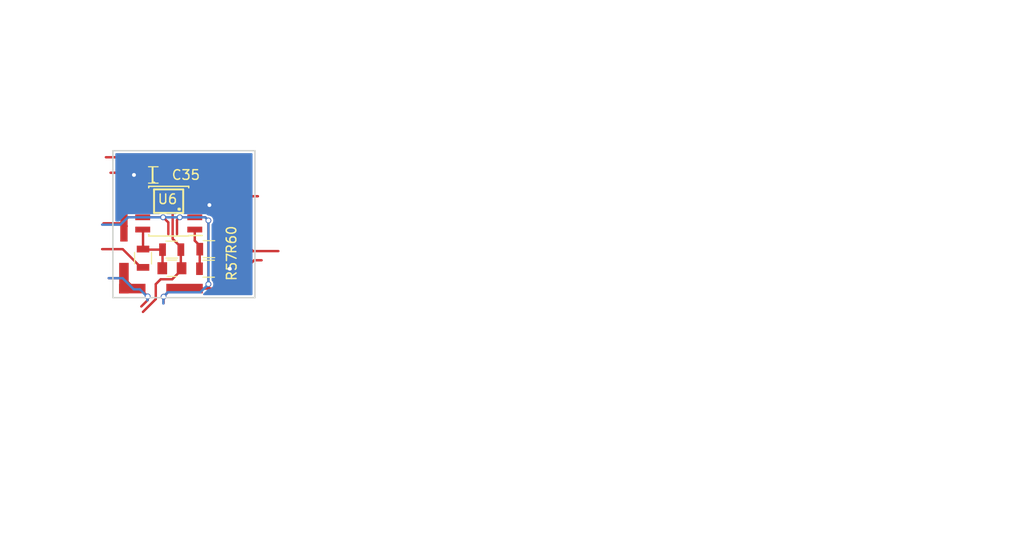
<source format=kicad_pcb>
(kicad_pcb (version 4) (host pcbnew 4.0.7)

  (general
    (links 23)
    (no_connects 2)
    (area 49.708999 63.932999 64.591001 79.323001)
    (thickness 1.6)
    (drawings 22)
    (tracks 136)
    (zones 0)
    (modules 8)
    (nets 10)
  )

  (page A4)
  (layers
    (0 F.Cu signal)
    (31 B.Cu signal)
    (32 B.Adhes user)
    (33 F.Adhes user)
    (34 B.Paste user)
    (35 F.Paste user)
    (36 B.SilkS user)
    (37 F.SilkS user)
    (38 B.Mask user)
    (39 F.Mask user)
    (40 Dwgs.User user)
    (41 Cmts.User user)
    (42 Eco1.User user)
    (43 Eco2.User user)
    (44 Edge.Cuts user)
    (45 Margin user)
    (46 B.CrtYd user)
    (47 F.CrtYd user)
    (48 B.Fab user)
    (49 F.Fab user hide)
  )

  (setup
    (last_trace_width 0.25)
    (trace_clearance 0.2)
    (zone_clearance 0.1778)
    (zone_45_only no)
    (trace_min 0.1778)
    (segment_width 0.2)
    (edge_width 0.15)
    (via_size 0.6)
    (via_drill 0.4)
    (via_min_size 0.4)
    (via_min_drill 0.3)
    (uvia_size 0.3)
    (uvia_drill 0.1)
    (uvias_allowed no)
    (uvia_min_size 0.2)
    (uvia_min_drill 0.1)
    (pcb_text_width 0.3)
    (pcb_text_size 1.5 1.5)
    (mod_edge_width 0.15)
    (mod_text_size 1 1)
    (mod_text_width 0.15)
    (pad_size 1.524 1.524)
    (pad_drill 0.762)
    (pad_to_mask_clearance 0.2)
    (aux_axis_origin 0 0)
    (visible_elements FFFFFF5F)
    (pcbplotparams
      (layerselection 0x00030_80000001)
      (usegerberextensions false)
      (excludeedgelayer true)
      (linewidth 0.100000)
      (plotframeref false)
      (viasonmask false)
      (mode 1)
      (useauxorigin false)
      (hpglpennumber 1)
      (hpglpenspeed 20)
      (hpglpendiameter 15)
      (hpglpenoverlay 2)
      (psnegative false)
      (psa4output false)
      (plotreference true)
      (plotvalue true)
      (plotinvisibletext false)
      (padsonsilk false)
      (subtractmaskfromsilk false)
      (outputformat 1)
      (mirror false)
      (drillshape 1)
      (scaleselection 1)
      (outputdirectory ""))
  )

  (net 0 "")
  (net 1 GND)
  (net 2 "Net-(C35-Pad2)")
  (net 3 /sheet5A330123/I_IN)
  (net 4 "Net-(U6-Pad5)")
  (net 5 /sheet5A330123/GUARD)
  (net 6 "Net-(R108-Pad2)")
  (net 7 "Net-(C36-Pad1)")
  (net 8 "Net-(C36-Pad2)")
  (net 9 "Net-(R57-Pad2)")

  (net_class Default "This is the default net class."
    (clearance 0.2)
    (trace_width 0.25)
    (via_dia 0.6)
    (via_drill 0.4)
    (uvia_dia 0.3)
    (uvia_drill 0.1)
    (add_net /sheet5A330123/GUARD)
    (add_net /sheet5A330123/I_IN)
    (add_net GND)
    (add_net "Net-(C35-Pad2)")
    (add_net "Net-(C36-Pad1)")
    (add_net "Net-(C36-Pad2)")
    (add_net "Net-(R108-Pad2)")
    (add_net "Net-(R57-Pad2)")
    (add_net "Net-(U6-Pad5)")
  )

  (module Capacitors_SMD:C_0805 (layer F.Cu) (tedit 5A398F9C) (tstamp 5A32FA5C)
    (at 53.975 66.5226)
    (descr "Capacitor SMD 0805, reflow soldering, AVX (see smccp.pdf)")
    (tags "capacitor 0805")
    (path /5A33016E/5A21D3A4)
    (attr smd)
    (fp_text reference C35 (at 3.3782 0) (layer F.SilkS)
      (effects (font (size 1 1) (thickness 0.15)))
    )
    (fp_text value 0.1u (at 0 1.75) (layer F.Fab)
      (effects (font (size 1 1) (thickness 0.15)))
    )
    (fp_text user %R (at 0 -1.5) (layer F.Fab)
      (effects (font (size 1 1) (thickness 0.15)))
    )
    (fp_line (start -1 0.62) (end -1 -0.62) (layer F.Fab) (width 0.1))
    (fp_line (start 1 0.62) (end -1 0.62) (layer F.Fab) (width 0.1))
    (fp_line (start 1 -0.62) (end 1 0.62) (layer F.Fab) (width 0.1))
    (fp_line (start -1 -0.62) (end 1 -0.62) (layer F.Fab) (width 0.1))
    (fp_line (start 0.5 -0.85) (end -0.5 -0.85) (layer F.SilkS) (width 0.12))
    (fp_line (start -0.5 0.85) (end 0.5 0.85) (layer F.SilkS) (width 0.12))
    (fp_line (start -1.75 -0.88) (end 1.75 -0.88) (layer F.CrtYd) (width 0.05))
    (fp_line (start -1.75 -0.88) (end -1.75 0.87) (layer F.CrtYd) (width 0.05))
    (fp_line (start 1.75 0.87) (end 1.75 -0.88) (layer F.CrtYd) (width 0.05))
    (fp_line (start 1.75 0.87) (end -1.75 0.87) (layer F.CrtYd) (width 0.05))
    (pad 1 smd rect (at -1 0) (size 1 1.25) (layers F.Cu F.Paste F.Mask)
      (net 1 GND))
    (pad 2 smd rect (at 1 0) (size 1 1.25) (layers F.Cu F.Paste F.Mask)
      (net 2 "Net-(C35-Pad2)"))
    (model Capacitors_SMD.3dshapes/C_0805.wrl
      (at (xyz 0 0 0))
      (scale (xyz 1 1 1))
      (rotate (xyz 0 0 0))
    )
  )

  (module Capacitors_SMD:C_0805 (layer F.Cu) (tedit 5A387F15) (tstamp 5A32FA6D)
    (at 55.9054 76.2 180)
    (descr "Capacitor SMD 0805, reflow soldering, AVX (see smccp.pdf)")
    (tags "capacitor 0805")
    (path /5A33016E/5A21F794)
    (attr smd)
    (fp_text reference C36 (at -0.0254 1.6002 180) (layer F.SilkS) hide
      (effects (font (size 1 1) (thickness 0.15)))
    )
    (fp_text value 10pF (at 0 1.75 180) (layer F.Fab)
      (effects (font (size 1 1) (thickness 0.15)))
    )
    (fp_text user %R (at 0 -1.5 180) (layer F.Fab)
      (effects (font (size 1 1) (thickness 0.15)))
    )
    (fp_line (start -1 0.62) (end -1 -0.62) (layer F.Fab) (width 0.1))
    (fp_line (start 1 0.62) (end -1 0.62) (layer F.Fab) (width 0.1))
    (fp_line (start 1 -0.62) (end 1 0.62) (layer F.Fab) (width 0.1))
    (fp_line (start -1 -0.62) (end 1 -0.62) (layer F.Fab) (width 0.1))
    (fp_line (start 0.5 -0.85) (end -0.5 -0.85) (layer F.SilkS) (width 0.12))
    (fp_line (start -0.5 0.85) (end 0.5 0.85) (layer F.SilkS) (width 0.12))
    (fp_line (start -1.75 -0.88) (end 1.75 -0.88) (layer F.CrtYd) (width 0.05))
    (fp_line (start -1.75 -0.88) (end -1.75 0.87) (layer F.CrtYd) (width 0.05))
    (fp_line (start 1.75 0.87) (end 1.75 -0.88) (layer F.CrtYd) (width 0.05))
    (fp_line (start 1.75 0.87) (end -1.75 0.87) (layer F.CrtYd) (width 0.05))
    (pad 1 smd rect (at -1 0 180) (size 1 1.25) (layers F.Cu F.Paste F.Mask)
      (net 7 "Net-(C36-Pad1)"))
    (pad 2 smd rect (at 1 0 180) (size 1 1.25) (layers F.Cu F.Paste F.Mask)
      (net 8 "Net-(C36-Pad2)"))
    (model Capacitors_SMD.3dshapes/C_0805.wrl
      (at (xyz 0 0 0))
      (scale (xyz 1 1 1))
      (rotate (xyz 0 0 0))
    )
  )

  (module footprints:SMS-201 locked (layer F.Cu) (tedit 5A1DF9B5) (tstamp 5A32FB9F)
    (at 50.419 64.2874)
    (path /5A33016E/5A21DA4D)
    (fp_text reference J17 (at 12 -1) (layer F.SilkS) hide
      (effects (font (size 1 1) (thickness 0.15)))
    )
    (fp_text value RF_Shield_One_Piece (at 3 -1) (layer F.Fab) hide
      (effects (font (size 1 1) (thickness 0.15)))
    )
    (pad 1 smd rect (at 6.7945 14.0208 90) (size 0.9906 3.7846) (layers F.Cu F.Paste F.Mask)
      (net 5 /sheet5A330123/GUARD))
    (pad 1 smd rect (at 6.7945 0.508 90) (size 0.9906 3.7846) (layers F.Cu F.Paste F.Mask)
      (net 5 /sheet5A330123/GUARD))
    (pad 1 smd rect (at 0.508 12.9413 180) (size 0.9906 3.175) (layers F.Cu F.Paste F.Mask)
      (net 5 /sheet5A330123/GUARD))
    (pad 1 smd rect (at 1.3716 14.0208) (size 2.7432 0.9906) (layers F.Cu F.Paste F.Mask)
      (net 5 /sheet5A330123/GUARD))
    (pad 1 smd rect (at 12.0396 14.0208 270) (size 0.9906 3.0988) (layers F.Cu F.Paste F.Mask)
      (net 5 /sheet5A330123/GUARD))
    (pad 1 smd rect (at 13.1064 2 180) (size 0.9906 3.175) (layers F.Cu F.Paste F.Mask)
      (net 5 /sheet5A330123/GUARD))
    (pad 1 smd rect (at 12.0396 0.508 270) (size 0.9906 3.0988) (layers F.Cu F.Paste F.Mask)
      (net 5 /sheet5A330123/GUARD))
    (pad 1 smd rect (at 13.1064 12.9413) (size 0.9906 3.175) (layers F.Cu F.Paste F.Mask)
      (net 5 /sheet5A330123/GUARD))
    (pad 1 smd rect (at 1.3716 0.508 90) (size 0.9906 2.7432) (layers F.Cu F.Paste F.Mask)
      (net 5 /sheet5A330123/GUARD))
    (pad 1 smd rect (at 13.1064 7.2517) (size 0.9906 3.7846) (layers F.Cu F.Paste F.Mask)
      (net 5 /sheet5A330123/GUARD))
    (pad 1 smd rect (at 0.508 7.2517) (size 0.762 3.7846) (layers F.Cu F.Paste F.Mask)
      (net 5 /sheet5A330123/GUARD))
    (pad 1 smd rect (at 0.508 1.7145) (size 0.9906 3.175) (layers F.Cu F.Paste F.Mask)
      (net 5 /sheet5A330123/GUARD))
  )

  (module Resistors_SMD:R_0805 (layer F.Cu) (tedit 5A387F2C) (tstamp 5A32FDB8)
    (at 55.88 74.2696 180)
    (descr "Resistor SMD 0805, reflow soldering, Vishay (see dcrcw.pdf)")
    (tags "resistor 0805")
    (path /5A33016E/5A21F43F)
    (attr smd)
    (fp_text reference R55 (at 0 -1.65 180) (layer F.SilkS) hide
      (effects (font (size 1 1) (thickness 0.15)))
    )
    (fp_text value 100M (at 0 1.75 180) (layer F.Fab)
      (effects (font (size 1 1) (thickness 0.15)))
    )
    (fp_text user %R (at 0 0 180) (layer F.Fab)
      (effects (font (size 0.5 0.5) (thickness 0.075)))
    )
    (fp_line (start -1 0.62) (end -1 -0.62) (layer F.Fab) (width 0.1))
    (fp_line (start 1 0.62) (end -1 0.62) (layer F.Fab) (width 0.1))
    (fp_line (start 1 -0.62) (end 1 0.62) (layer F.Fab) (width 0.1))
    (fp_line (start -1 -0.62) (end 1 -0.62) (layer F.Fab) (width 0.1))
    (fp_line (start 0.6 0.88) (end -0.6 0.88) (layer F.SilkS) (width 0.12))
    (fp_line (start -0.6 -0.88) (end 0.6 -0.88) (layer F.SilkS) (width 0.12))
    (fp_line (start -1.55 -0.9) (end 1.55 -0.9) (layer F.CrtYd) (width 0.05))
    (fp_line (start -1.55 -0.9) (end -1.55 0.9) (layer F.CrtYd) (width 0.05))
    (fp_line (start 1.55 0.9) (end 1.55 -0.9) (layer F.CrtYd) (width 0.05))
    (fp_line (start 1.55 0.9) (end -1.55 0.9) (layer F.CrtYd) (width 0.05))
    (pad 1 smd rect (at -0.95 0 180) (size 0.7 1.3) (layers F.Cu F.Paste F.Mask)
      (net 7 "Net-(C36-Pad1)"))
    (pad 2 smd rect (at 0.95 0 180) (size 0.7 1.3) (layers F.Cu F.Paste F.Mask)
      (net 8 "Net-(C36-Pad2)"))
    (model ${KISYS3DMOD}/Resistors_SMD.3dshapes/R_0805.wrl
      (at (xyz 0 0 0))
      (scale (xyz 1 1 1))
      (rotate (xyz 0 0 0))
    )
  )

  (module Resistors_SMD:R_0805 (layer F.Cu) (tedit 5A398F8B) (tstamp 5A32FDDA)
    (at 59.7154 76.2508 180)
    (descr "Resistor SMD 0805, reflow soldering, Vishay (see dcrcw.pdf)")
    (tags "resistor 0805")
    (path /5A33016E/5A22346E)
    (attr smd)
    (fp_text reference R57 (at -2.3876 0.2032 270) (layer F.SilkS)
      (effects (font (size 1 1) (thickness 0.15)))
    )
    (fp_text value 0 (at 0 1.75 180) (layer F.Fab)
      (effects (font (size 1 1) (thickness 0.15)))
    )
    (fp_text user %R (at 0 0 180) (layer F.Fab)
      (effects (font (size 0.5 0.5) (thickness 0.075)))
    )
    (fp_line (start -1 0.62) (end -1 -0.62) (layer F.Fab) (width 0.1))
    (fp_line (start 1 0.62) (end -1 0.62) (layer F.Fab) (width 0.1))
    (fp_line (start 1 -0.62) (end 1 0.62) (layer F.Fab) (width 0.1))
    (fp_line (start -1 -0.62) (end 1 -0.62) (layer F.Fab) (width 0.1))
    (fp_line (start 0.6 0.88) (end -0.6 0.88) (layer F.SilkS) (width 0.12))
    (fp_line (start -0.6 -0.88) (end 0.6 -0.88) (layer F.SilkS) (width 0.12))
    (fp_line (start -1.55 -0.9) (end 1.55 -0.9) (layer F.CrtYd) (width 0.05))
    (fp_line (start -1.55 -0.9) (end -1.55 0.9) (layer F.CrtYd) (width 0.05))
    (fp_line (start 1.55 0.9) (end 1.55 -0.9) (layer F.CrtYd) (width 0.05))
    (fp_line (start 1.55 0.9) (end -1.55 0.9) (layer F.CrtYd) (width 0.05))
    (pad 1 smd rect (at -0.95 0 180) (size 0.7 1.3) (layers F.Cu F.Paste F.Mask)
      (net 1 GND))
    (pad 2 smd rect (at 0.95 0 180) (size 0.7 1.3) (layers F.Cu F.Paste F.Mask)
      (net 9 "Net-(R57-Pad2)"))
    (model ${KISYS3DMOD}/Resistors_SMD.3dshapes/R_0805.wrl
      (at (xyz 0 0 0))
      (scale (xyz 1 1 1))
      (rotate (xyz 0 0 0))
    )
  )

  (module Resistors_SMD:R_0805 (layer F.Cu) (tedit 5A398F80) (tstamp 5A32FE0D)
    (at 59.7408 74.2188 180)
    (descr "Resistor SMD 0805, reflow soldering, Vishay (see dcrcw.pdf)")
    (tags "resistor 0805")
    (path /5A33016E/5A22828D)
    (attr smd)
    (fp_text reference R60 (at -2.3368 0.9652 270) (layer F.SilkS)
      (effects (font (size 1 1) (thickness 0.15)))
    )
    (fp_text value 10K (at 0 1.75 180) (layer F.Fab)
      (effects (font (size 1 1) (thickness 0.15)))
    )
    (fp_text user %R (at 0 0 180) (layer F.Fab)
      (effects (font (size 0.5 0.5) (thickness 0.075)))
    )
    (fp_line (start -1 0.62) (end -1 -0.62) (layer F.Fab) (width 0.1))
    (fp_line (start 1 0.62) (end -1 0.62) (layer F.Fab) (width 0.1))
    (fp_line (start 1 -0.62) (end 1 0.62) (layer F.Fab) (width 0.1))
    (fp_line (start -1 -0.62) (end 1 -0.62) (layer F.Fab) (width 0.1))
    (fp_line (start 0.6 0.88) (end -0.6 0.88) (layer F.SilkS) (width 0.12))
    (fp_line (start -0.6 -0.88) (end 0.6 -0.88) (layer F.SilkS) (width 0.12))
    (fp_line (start -1.55 -0.9) (end 1.55 -0.9) (layer F.CrtYd) (width 0.05))
    (fp_line (start -1.55 -0.9) (end -1.55 0.9) (layer F.CrtYd) (width 0.05))
    (fp_line (start 1.55 0.9) (end 1.55 -0.9) (layer F.CrtYd) (width 0.05))
    (fp_line (start 1.55 0.9) (end -1.55 0.9) (layer F.CrtYd) (width 0.05))
    (pad 1 smd rect (at -0.95 0 180) (size 0.7 1.3) (layers F.Cu F.Paste F.Mask)
      (net 6 "Net-(R108-Pad2)"))
    (pad 2 smd rect (at 0.95 0 180) (size 0.7 1.3) (layers F.Cu F.Paste F.Mask)
      (net 9 "Net-(R57-Pad2)"))
    (model ${KISYS3DMOD}/Resistors_SMD.3dshapes/R_0805.wrl
      (at (xyz 0 0 0))
      (scale (xyz 1 1 1))
      (rotate (xyz 0 0 0))
    )
  )

  (module Housings_SOIC:SOIC-8_3.9x4.9mm_Pitch1.27mm (layer F.Cu) (tedit 5A398F5D) (tstamp 5A32FF08)
    (at 55.5752 70.2818 180)
    (descr "8-Lead Plastic Small Outline (SN) - Narrow, 3.90 mm Body [SOIC] (see Microchip Packaging Specification 00000049BS.pdf)")
    (tags "SOIC 1.27")
    (path /5A33016E/5A225835)
    (attr smd)
    (fp_text reference U6 (at 0.127 1.2446 180) (layer F.SilkS)
      (effects (font (size 1 1) (thickness 0.15)))
    )
    (fp_text value lmp7721 (at 0 3.5 180) (layer F.Fab)
      (effects (font (size 1 1) (thickness 0.15)))
    )
    (fp_text user %R (at 0 0 180) (layer F.Fab)
      (effects (font (size 1 1) (thickness 0.15)))
    )
    (fp_line (start -0.95 -2.45) (end 1.95 -2.45) (layer F.Fab) (width 0.1))
    (fp_line (start 1.95 -2.45) (end 1.95 2.45) (layer F.Fab) (width 0.1))
    (fp_line (start 1.95 2.45) (end -1.95 2.45) (layer F.Fab) (width 0.1))
    (fp_line (start -1.95 2.45) (end -1.95 -1.45) (layer F.Fab) (width 0.1))
    (fp_line (start -1.95 -1.45) (end -0.95 -2.45) (layer F.Fab) (width 0.1))
    (fp_line (start -3.73 -2.7) (end -3.73 2.7) (layer F.CrtYd) (width 0.05))
    (fp_line (start 3.73 -2.7) (end 3.73 2.7) (layer F.CrtYd) (width 0.05))
    (fp_line (start -3.73 -2.7) (end 3.73 -2.7) (layer F.CrtYd) (width 0.05))
    (fp_line (start -3.73 2.7) (end 3.73 2.7) (layer F.CrtYd) (width 0.05))
    (fp_line (start -2.075 -2.575) (end -2.075 -2.525) (layer F.SilkS) (width 0.15))
    (fp_line (start 2.075 -2.575) (end 2.075 -2.43) (layer F.SilkS) (width 0.15))
    (fp_line (start 2.075 2.575) (end 2.075 2.43) (layer F.SilkS) (width 0.15))
    (fp_line (start -2.075 2.575) (end -2.075 2.43) (layer F.SilkS) (width 0.15))
    (fp_line (start -2.075 -2.575) (end 2.075 -2.575) (layer F.SilkS) (width 0.15))
    (fp_line (start -2.075 2.575) (end 2.075 2.575) (layer F.SilkS) (width 0.15))
    (fp_line (start -2.075 -2.525) (end -3.475 -2.525) (layer F.SilkS) (width 0.15))
    (pad 1 smd rect (at -2.7 -1.905 180) (size 1.55 0.6) (layers F.Cu F.Paste F.Mask)
      (net 9 "Net-(R57-Pad2)"))
    (pad 2 smd rect (at -2.7 -0.635 180) (size 1.55 0.6) (layers F.Cu F.Paste F.Mask)
      (net 5 /sheet5A330123/GUARD))
    (pad 3 smd rect (at -2.7 0.635 180) (size 1.55 0.6) (layers F.Cu F.Paste F.Mask)
      (net 1 GND))
    (pad 4 smd rect (at -2.7 1.905 180) (size 1.55 0.6) (layers F.Cu F.Paste F.Mask)
      (net 7 "Net-(C36-Pad1)"))
    (pad 5 smd rect (at 2.7 1.905 180) (size 1.55 0.6) (layers F.Cu F.Paste F.Mask)
      (net 4 "Net-(U6-Pad5)"))
    (pad 6 smd rect (at 2.7 0.635 180) (size 1.55 0.6) (layers F.Cu F.Paste F.Mask)
      (net 2 "Net-(C35-Pad2)"))
    (pad 7 smd rect (at 2.7 -0.635 180) (size 1.55 0.6) (layers F.Cu F.Paste F.Mask)
      (net 5 /sheet5A330123/GUARD))
    (pad 8 smd rect (at 2.7 -1.905 180) (size 1.55 0.6) (layers F.Cu F.Paste F.Mask)
      (net 8 "Net-(C36-Pad2)"))
    (model ${KISYS3DMOD}/Housings_SOIC.3dshapes/SOIC-8_3.9x4.9mm_Pitch1.27mm.wrl
      (at (xyz 0 0 0))
      (scale (xyz 1 1 1))
      (rotate (xyz 0 0 0))
    )
  )

  (module Resistors_SMD:R_0805 (layer F.Cu) (tedit 5A397FD2) (tstamp 5A397516)
    (at 52.9082 75.1586 270)
    (descr "Resistor SMD 0805, reflow soldering, Vishay (see dcrcw.pdf)")
    (tags "resistor 0805")
    (path /5A33016E/5A3975B2)
    (attr smd)
    (fp_text reference R64 (at 0 -1.65 270) (layer F.SilkS) hide
      (effects (font (size 1 1) (thickness 0.15)))
    )
    (fp_text value 100 (at 0 1.75 270) (layer F.Fab)
      (effects (font (size 1 1) (thickness 0.15)))
    )
    (fp_text user %R (at 0 0 270) (layer F.Fab)
      (effects (font (size 0.5 0.5) (thickness 0.075)))
    )
    (fp_line (start -1 0.62) (end -1 -0.62) (layer F.Fab) (width 0.1))
    (fp_line (start 1 0.62) (end -1 0.62) (layer F.Fab) (width 0.1))
    (fp_line (start 1 -0.62) (end 1 0.62) (layer F.Fab) (width 0.1))
    (fp_line (start -1 -0.62) (end 1 -0.62) (layer F.Fab) (width 0.1))
    (fp_line (start 0.6 0.88) (end -0.6 0.88) (layer F.SilkS) (width 0.12))
    (fp_line (start -0.6 -0.88) (end 0.6 -0.88) (layer F.SilkS) (width 0.12))
    (fp_line (start -1.55 -0.9) (end 1.55 -0.9) (layer F.CrtYd) (width 0.05))
    (fp_line (start -1.55 -0.9) (end -1.55 0.9) (layer F.CrtYd) (width 0.05))
    (fp_line (start 1.55 0.9) (end 1.55 -0.9) (layer F.CrtYd) (width 0.05))
    (fp_line (start 1.55 0.9) (end -1.55 0.9) (layer F.CrtYd) (width 0.05))
    (pad 1 smd rect (at -0.95 0 270) (size 0.7 1.3) (layers F.Cu F.Paste F.Mask)
      (net 8 "Net-(C36-Pad2)"))
    (pad 2 smd rect (at 0.95 0 270) (size 0.7 1.3) (layers F.Cu F.Paste F.Mask)
      (net 3 /sheet5A330123/I_IN))
    (model ${KISYS3DMOD}/Resistors_SMD.3dshapes/R_0805.wrl
      (at (xyz 0 0 0))
      (scale (xyz 1 1 1))
      (rotate (xyz 0 0 0))
    )
  )

  (gr_line (start 64.516 64.008) (end 49.784 64.008) (angle 90) (layer Edge.Cuts) (width 0.15))
  (gr_line (start 64.516 79.248) (end 64.516 64.008) (angle 90) (layer Edge.Cuts) (width 0.15))
  (gr_line (start 49.784 79.248) (end 64.516 79.248) (angle 90) (layer Edge.Cuts) (width 0.15))
  (gr_line (start 49.784 64.008) (end 49.784 79.248) (angle 90) (layer Edge.Cuts) (width 0.15))
  (gr_line (start 53.8988 67.31) (end 54.0766 67.31) (angle 90) (layer F.SilkS) (width 0.2))
  (gr_line (start 53.8988 65.7606) (end 53.8988 67.31) (angle 90) (layer F.SilkS) (width 0.2))
  (gr_line (start 56.5912 70.0278) (end 56.5912 70.104) (angle 90) (layer F.SilkS) (width 0.2))
  (gr_line (start 56.7182 70.0278) (end 56.5912 70.0278) (angle 90) (layer F.SilkS) (width 0.2))
  (gr_line (start 56.7182 70.1294) (end 56.7182 70.0278) (angle 90) (layer F.SilkS) (width 0.2))
  (gr_line (start 56.5912 70.1294) (end 56.7182 70.1294) (angle 90) (layer F.SilkS) (width 0.2))
  (gr_line (start 54.0512 68.0212) (end 54.0512 68.1736) (angle 90) (layer F.SilkS) (width 0.2))
  (gr_line (start 57.0738 68.0212) (end 54.0512 68.0212) (angle 90) (layer F.SilkS) (width 0.2))
  (gr_line (start 57.0738 70.4596) (end 57.0738 68.0212) (angle 90) (layer F.SilkS) (width 0.2))
  (gr_line (start 54.0512 70.4596) (end 57.0738 70.4596) (angle 90) (layer F.SilkS) (width 0.2))
  (gr_line (start 54.0512 68.0974) (end 54.0512 70.4596) (angle 90) (layer F.SilkS) (width 0.2))
  (gr_text "ground plane or separate guard plane for tia?" (at 72.136 55.372) (layer Cmts.User)
    (effects (font (size 1.5 1.5) (thickness 0.3)))
  )
  (gr_text "INST AMP" (at 72.7456 87.7824) (layer Cmts.User)
    (effects (font (size 1.5 1.5) (thickness 0.3)))
  )
  (gr_text TIA (at 76.6064 69.4944) (layer Cmts.User)
    (effects (font (size 1.5 1.5) (thickness 0.3)))
  )
  (gr_text "PRECISION MIDPOINT" (at 119.2784 103.4288) (layer Cmts.User)
    (effects (font (size 1.5 1.5) (thickness 0.3)))
  )
  (gr_text "GUARD BUFFER" (at 122.3264 54.864) (layer Cmts.User)
    (effects (font (size 1.5 1.5) (thickness 0.3)))
  )
  (gr_text "LNA FRONTEND" (at 101.8032 49.784) (layer Cmts.User)
    (effects (font (size 1.5 1.5) (thickness 0.3)))
  )
  (gr_text PWR (at 141.6304 56.0832) (layer Cmts.User)
    (effects (font (size 1.5 1.5) (thickness 0.3)))
  )

  (segment (start 58.2752 69.6468) (end 59.7916 69.6468) (width 0.25) (layer F.Cu) (net 1))
  (via (at 59.7916 69.6468) (size 0.6) (drill 0.4) (layers F.Cu B.Cu) (net 1))
  (segment (start 52.975 66.5226) (end 51.9684 66.5226) (width 0.25) (layer F.Cu) (net 1))
  (via (at 51.9684 66.5226) (size 0.6) (drill 0.4) (layers F.Cu B.Cu) (net 1))
  (segment (start 60.6654 76.2508) (end 61.8998 76.2508) (width 0.25) (layer F.Cu) (net 1))
  (via (at 61.8998 76.2508) (size 0.6) (drill 0.4) (layers F.Cu B.Cu) (net 1))
  (segment (start 54.975 66.5226) (end 59.309 66.5226) (width 0.25) (layer F.Cu) (net 2))
  (segment (start 61.5188 68.7324) (end 64.8208 68.7324) (width 0.25) (layer F.Cu) (net 2) (tstamp 5A39850A))
  (segment (start 59.309 66.5226) (end 61.5188 68.7324) (width 0.25) (layer F.Cu) (net 2) (tstamp 5A398507))
  (segment (start 52.8752 69.6468) (end 54.3814 69.6468) (width 0.25) (layer F.Cu) (net 2))
  (segment (start 54.975 69.0532) (end 54.975 66.5226) (width 0.25) (layer F.Cu) (net 2) (tstamp 5A398503))
  (segment (start 54.3814 69.6468) (end 54.975 69.0532) (width 0.25) (layer F.Cu) (net 2) (tstamp 5A398501))
  (segment (start 48.6664 74.2188) (end 50.8 74.2188) (width 0.25) (layer F.Cu) (net 3))
  (segment (start 50.8 74.2188) (end 52.6898 76.1086) (width 0.25) (layer F.Cu) (net 3) (tstamp 5A39846A))
  (segment (start 52.6898 76.1086) (end 52.9082 76.1086) (width 0.25) (layer F.Cu) (net 3) (tstamp 5A39846F))
  (via (at 59.69 71.247) (size 0.6) (drill 0.4) (layers F.Cu B.Cu) (net 5))
  (via (at 53.3908 79.121) (size 0.6) (drill 0.4) (layers F.Cu B.Cu) (net 5))
  (segment (start 53.3654 79.1718) (end 53.3527 79.1591) (width 0.25) (layer B.Cu) (net 5) (tstamp 5A398AB4))
  (segment (start 53.3527 79.1591) (end 53.3908 79.121) (width 0.25) (layer B.Cu) (net 5) (tstamp 5A398AB3))
  (segment (start 55.0418 79.1718) (end 55.0418 79.1464) (width 0.25) (layer F.Cu) (net 5))
  (via (at 55.0418 79.1464) (size 0.6) (drill 0.4) (layers F.Cu B.Cu) (net 5))
  (segment (start 55.0418 79.1464) (end 55.0164 79.1464) (width 0.25) (layer B.Cu) (net 5) (tstamp 5A398AA9))
  (segment (start 59.6773 77.8637) (end 59.69 77.851) (width 0.25) (layer B.Cu) (net 5))
  (via (at 59.69 77.851) (size 0.6) (drill 0.4) (layers F.Cu B.Cu) (net 5))
  (via (at 56.7182 70.9168) (size 0.6) (drill 0.4) (layers F.Cu B.Cu) (net 5))
  (segment (start 56.7182 70.9168) (end 56.711002 70.9168) (width 0.25) (layer F.Cu) (net 5) (tstamp 5A398707))
  (via (at 54.991 70.9168) (size 0.6) (drill 0.4) (layers F.Cu B.Cu) (net 5))
  (segment (start 48.6664 71.6788) (end 50.5714 71.6788) (width 0.25) (layer B.Cu) (net 5))
  (segment (start 50.7873 77.2287) (end 51.943 78.3844) (width 0.25) (layer B.Cu) (net 5) (tstamp 5A3985FC))
  (segment (start 51.943 78.3844) (end 52.578 78.3844) (width 0.25) (layer B.Cu) (net 5) (tstamp 5A398602))
  (segment (start 52.578 78.3844) (end 53.3654 79.1718) (width 0.25) (layer B.Cu) (net 5) (tstamp 5A398603))
  (segment (start 53.3654 79.1718) (end 53.3654 79.5274) (width 0.25) (layer B.Cu) (net 5) (tstamp 5A398604))
  (segment (start 50.7873 77.2287) (end 49.3522 77.2287) (width 0.25) (layer B.Cu) (net 5))
  (segment (start 55.0164 79.1464) (end 55.0164 79.8576) (width 0.25) (layer B.Cu) (net 5) (tstamp 5A3986CE))
  (segment (start 55.4736 78.6892) (end 55.0164 79.1464) (width 0.25) (layer B.Cu) (net 5) (tstamp 5A3986CD))
  (segment (start 58.8518 78.6892) (end 55.4736 78.6892) (width 0.25) (layer B.Cu) (net 5) (tstamp 5A3986C9))
  (segment (start 59.6773 77.8637) (end 58.8518 78.6892) (width 0.25) (layer B.Cu) (net 5) (tstamp 5A398A9D))
  (segment (start 59.69 71.247) (end 59.69 77.851) (width 0.25) (layer B.Cu) (net 5) (tstamp 5A3986C2))
  (segment (start 59.3598 70.9168) (end 59.69 71.247) (width 0.25) (layer B.Cu) (net 5) (tstamp 5A3986C1))
  (segment (start 51.3334 70.9168) (end 54.991 70.9168) (width 0.25) (layer B.Cu) (net 5) (tstamp 5A3986BE))
  (segment (start 54.991 70.9168) (end 56.7182 70.9168) (width 0.25) (layer B.Cu) (net 5) (tstamp 5A398702))
  (segment (start 56.7182 70.9168) (end 59.3598 70.9168) (width 0.25) (layer B.Cu) (net 5) (tstamp 5A398704))
  (segment (start 50.5714 71.6788) (end 51.3334 70.9168) (width 0.25) (layer B.Cu) (net 5) (tstamp 5A3986BB))
  (segment (start 52.8752 70.9168) (end 54.991 70.9168) (width 0.25) (layer F.Cu) (net 5))
  (segment (start 54.991 70.9168) (end 54.998198 70.9168) (width 0.25) (layer F.Cu) (net 5) (tstamp 5A3986FD))
  (segment (start 55.531598 71.4502) (end 55.531598 72.6694) (width 0.25) (layer F.Cu) (net 5) (tstamp 5A3984BE))
  (segment (start 54.998198 70.9168) (end 55.531598 71.4502) (width 0.25) (layer F.Cu) (net 5) (tstamp 5A3984BC))
  (segment (start 58.2752 70.9168) (end 56.711002 70.9168) (width 0.25) (layer F.Cu) (net 5))
  (segment (start 56.431602 71.1962) (end 56.431602 72.6694) (width 0.25) (layer F.Cu) (net 5) (tstamp 5A3984B4))
  (segment (start 56.711002 70.9168) (end 56.431602 71.1962) (width 0.25) (layer F.Cu) (net 5) (tstamp 5A3984B0))
  (segment (start 55.0418 79.1718) (end 55.0418 79.8322) (width 0.25) (layer F.Cu) (net 5) (tstamp 5A398AA5))
  (segment (start 55.88 78.3082) (end 55.0418 79.1464) (width 0.25) (layer F.Cu) (net 5) (tstamp 5A3983BF))
  (segment (start 51.7906 78.3082) (end 52.578 78.3082) (width 0.25) (layer F.Cu) (net 5))
  (segment (start 52.578 78.3082) (end 53.3908 79.121) (width 0.25) (layer F.Cu) (net 5) (tstamp 5A3983FB))
  (segment (start 53.3908 79.121) (end 53.3908 79.502) (width 0.25) (layer F.Cu) (net 5) (tstamp 5A3983FD))
  (segment (start 53.3908 79.502) (end 52.7304 80.1624) (width 0.25) (layer F.Cu) (net 5) (tstamp 5A3983FE))
  (segment (start 57.2135 78.3082) (end 55.88 78.3082) (width 0.25) (layer F.Cu) (net 5))
  (segment (start 59.69 77.6986) (end 59.69 77.851) (width 0.25) (layer F.Cu) (net 5))
  (segment (start 59.69 77.851) (end 59.69 78.1558) (width 0.25) (layer F.Cu) (net 5) (tstamp 5A398AA3))
  (segment (start 59.3598 70.9168) (end 59.69 71.247) (width 0.25) (layer F.Cu) (net 5) (tstamp 5A39838B))
  (segment (start 59.69 71.247) (end 59.69 77.6986) (width 0.25) (layer F.Cu) (net 5) (tstamp 5A39838E))
  (segment (start 58.2752 70.9168) (end 59.3598 70.9168) (width 0.25) (layer F.Cu) (net 5))
  (segment (start 59.69 78.1558) (end 59.8424 78.3082) (width 0.25) (layer F.Cu) (net 5) (tstamp 5A3983A4))
  (segment (start 57.2135 78.3082) (end 59.8424 78.3082) (width 0.25) (layer F.Cu) (net 5))
  (segment (start 59.8424 78.3082) (end 62.4586 78.3082) (width 0.25) (layer F.Cu) (net 5) (tstamp 5A3983A7))
  (segment (start 52.8752 70.9168) (end 51.3588 70.9168) (width 0.25) (layer F.Cu) (net 5))
  (segment (start 51.3588 70.9168) (end 50.927 71.3486) (width 0.25) (layer F.Cu) (net 5) (tstamp 5A398385))
  (segment (start 50.927 71.3486) (end 50.927 71.5391) (width 0.25) (layer F.Cu) (net 5) (tstamp 5A398387))
  (segment (start 63.5254 71.5391) (end 63.4111 71.5391) (width 0.25) (layer F.Cu) (net 5))
  (segment (start 63.5254 76.073) (end 63.5254 77.2287) (width 0.25) (layer F.Cu) (net 5) (tstamp 5A386D46))
  (segment (start 51.2191 71.8312) (end 50.927 71.5391) (width 0.25) (layer F.Cu) (net 5) (tstamp 5A386D35))
  (segment (start 63.5254 76.0984) (end 63.5254 77.2287) (width 0.25) (layer F.Cu) (net 5) (tstamp 5A386CC5))
  (segment (start 50.927 71.882) (end 50.927 71.5391) (width 0.25) (layer F.Cu) (net 5) (tstamp 5A386CA5))
  (segment (start 50.927 66.0019) (end 50.927 71.5391) (width 0.25) (layer F.Cu) (net 5))
  (segment (start 63.5254 77.2287) (end 63.5254 76.6572) (width 0.25) (layer F.Cu) (net 5))
  (segment (start 63.5254 76.6572) (end 63.0428 76.1746) (width 0.25) (layer F.Cu) (net 5) (tstamp 5A382500))
  (segment (start 57.0738 78.3082) (end 57.2135 78.3082) (width 0.25) (layer F.Cu) (net 5) (tstamp 5A382529))
  (segment (start 51.7906 64.7954) (end 57.2135 64.7954) (width 0.25) (layer F.Cu) (net 5))
  (segment (start 57.2135 64.7954) (end 62.4586 64.7954) (width 0.25) (layer F.Cu) (net 5) (tstamp 5A3813D0))
  (segment (start 49.057 64.6888) (end 51.684 64.6888) (width 0.25) (layer F.Cu) (net 5))
  (segment (start 51.684 64.6888) (end 51.7906 64.7954) (width 0.25) (layer F.Cu) (net 5) (tstamp 5A3813B3))
  (segment (start 51.7906 64.7954) (end 51.7906 65.1383) (width 0.25) (layer F.Cu) (net 5) (tstamp 5A3813B4))
  (segment (start 51.7906 65.1383) (end 50.6349 66.294) (width 0.25) (layer F.Cu) (net 5) (tstamp 5A3813B5))
  (segment (start 50.6349 66.294) (end 49.5402 66.294) (width 0.25) (layer F.Cu) (net 5) (tstamp 5A3813B6))
  (segment (start 63.5254 77.2287) (end 63.5254 76.2762) (width 0.25) (layer F.Cu) (net 5))
  (segment (start 63.5254 76.2762) (end 64.4296 75.372) (width 0.25) (layer F.Cu) (net 5) (tstamp 5A380983))
  (segment (start 64.4296 75.372) (end 65.2018 75.372) (width 0.25) (layer F.Cu) (net 5) (tstamp 5A38098E))
  (segment (start 51.7906 78.3082) (end 51.7906 78.0923) (width 0.25) (layer F.Cu) (net 5))
  (segment (start 51.7906 78.0923) (end 50.927 77.2287) (width 0.25) (layer F.Cu) (net 5) (tstamp 5A342E28))
  (segment (start 62.4586 64.7954) (end 62.4586 64.8716) (width 0.25) (layer F.Cu) (net 5))
  (segment (start 62.4586 64.8716) (end 63.5254 65.9384) (width 0.25) (layer F.Cu) (net 5) (tstamp 5A342E24))
  (segment (start 63.5254 65.9384) (end 63.5254 66.2874) (width 0.25) (layer F.Cu) (net 5) (tstamp 5A342E25))
  (segment (start 51.7906 64.7954) (end 51.7906 65.1383) (width 0.25) (layer F.Cu) (net 5))
  (segment (start 51.7906 65.1383) (end 50.927 66.0019) (width 0.25) (layer F.Cu) (net 5) (tstamp 5A342E21))
  (segment (start 62.4586 64.7954) (end 62.4586 65.2206) (width 0.25) (layer F.Cu) (net 5))
  (segment (start 62.4586 65.2206) (end 63.5254 66.2874) (width 0.25) (layer F.Cu) (net 5) (tstamp 5A342E1E))
  (segment (start 62.4586 78.3082) (end 62.4586 78.2955) (width 0.25) (layer F.Cu) (net 5))
  (segment (start 62.4586 78.2955) (end 63.5254 77.2287) (width 0.25) (layer F.Cu) (net 5) (tstamp 5A342E1B))
  (segment (start 50.927 77.2287) (end 50.927 77.4446) (width 0.25) (layer F.Cu) (net 5))
  (segment (start 50.927 77.4446) (end 51.7906 78.3082) (width 0.25) (layer F.Cu) (net 5) (tstamp 5A342E18))
  (segment (start 49.3522 77.2287) (end 50.927 77.2287) (width 0.25) (layer F.Cu) (net 5) (tstamp 5A39594A))
  (segment (start 50.927 71.5391) (end 48.8061 71.5391) (width 0.25) (layer F.Cu) (net 5))
  (segment (start 63.5254 76.0476) (end 63.5254 77.2287) (width 0.25) (layer F.Cu) (net 5) (tstamp 5A33477D))
  (segment (start 55.753 78.3082) (end 57.2135 78.3082) (width 0.25) (layer F.Cu) (net 5) (tstamp 5A334763))
  (segment (start 50.927 76.5048) (end 50.927 77.2287) (width 0.25) (layer F.Cu) (net 5) (tstamp 5A33474C))
  (segment (start 63.5254 77.2287) (end 63.2587 77.2287) (width 0.25) (layer F.Cu) (net 5))
  (segment (start 50.927 72.5678) (end 50.927 71.5391) (width 0.25) (layer F.Cu) (net 5) (tstamp 5A3331C5))
  (segment (start 62.4586 78.3082) (end 61.5188 78.3082) (width 0.25) (layer F.Cu) (net 5))
  (segment (start 50.927 73.0758) (end 50.927 71.5391) (width 0.25) (layer F.Cu) (net 5) (tstamp 5A332741))
  (segment (start 60.6908 74.2188) (end 64.1096 74.2188) (width 0.25) (layer F.Cu) (net 6))
  (segment (start 64.3128 74.422) (end 66.9442 74.422) (width 0.25) (layer F.Cu) (net 6) (tstamp 5A3984DA))
  (segment (start 64.1096 74.2188) (end 64.3128 74.422) (width 0.25) (layer F.Cu) (net 6) (tstamp 5A3984D7))
  (segment (start 56.83 74.2696) (end 56.83 76.1246) (width 0.25) (layer F.Cu) (net 7))
  (segment (start 56.83 76.1246) (end 56.9054 76.2) (width 0.25) (layer F.Cu) (net 7) (tstamp 5A39845E))
  (segment (start 56.9054 76.2) (end 56.9054 76.3684) (width 0.25) (layer F.Cu) (net 7))
  (segment (start 56.9054 76.3684) (end 55.9308 77.343) (width 0.25) (layer F.Cu) (net 7) (tstamp 5A3983AC))
  (segment (start 55.9308 77.343) (end 54.737 77.343) (width 0.25) (layer F.Cu) (net 7) (tstamp 5A3983AE))
  (segment (start 54.737 77.343) (end 54.229 77.851) (width 0.25) (layer F.Cu) (net 7) (tstamp 5A3983B0))
  (segment (start 54.229 77.851) (end 54.229 79.4004) (width 0.25) (layer F.Cu) (net 7) (tstamp 5A3983B2))
  (segment (start 54.229 79.4004) (end 52.9016 80.7278) (width 0.25) (layer F.Cu) (net 7) (tstamp 5A3983B3))
  (segment (start 58.2752 68.3768) (end 56.9976 68.3768) (width 0.25) (layer F.Cu) (net 7))
  (segment (start 55.9816 73.152) (end 56.83 74.0004) (width 0.25) (layer F.Cu) (net 7) (tstamp 5A398341))
  (segment (start 55.9816 69.3928) (end 55.9816 73.152) (width 0.25) (layer F.Cu) (net 7) (tstamp 5A39833B))
  (segment (start 56.9976 68.3768) (end 55.9816 69.3928) (width 0.25) (layer F.Cu) (net 7) (tstamp 5A398338))
  (segment (start 56.83 74.0004) (end 56.83 74.2696) (width 0.25) (layer F.Cu) (net 7) (tstamp 5A398342))
  (segment (start 52.9082 74.2086) (end 52.9082 72.2198) (width 0.25) (layer F.Cu) (net 8))
  (segment (start 52.9082 72.2198) (end 52.8752 72.1868) (width 0.25) (layer F.Cu) (net 8) (tstamp 5A398467))
  (segment (start 54.93 74.2696) (end 52.9692 74.2696) (width 0.25) (layer F.Cu) (net 8))
  (segment (start 52.9692 74.2696) (end 52.9082 74.2086) (width 0.25) (layer F.Cu) (net 8) (tstamp 5A398464))
  (segment (start 54.93 74.2696) (end 54.93 76.1754) (width 0.25) (layer F.Cu) (net 8))
  (segment (start 54.93 76.1754) (end 54.9054 76.2) (width 0.25) (layer F.Cu) (net 8) (tstamp 5A398461))
  (segment (start 58.7908 74.2188) (end 58.7908 76.2254) (width 0.25) (layer F.Cu) (net 9))
  (segment (start 58.7908 76.2254) (end 58.7654 76.2508) (width 0.25) (layer F.Cu) (net 9) (tstamp 5A39845B))
  (segment (start 58.2752 72.1868) (end 58.2752 73.3374) (width 0.25) (layer F.Cu) (net 9))
  (segment (start 58.2752 73.3374) (end 58.7908 73.853) (width 0.25) (layer F.Cu) (net 9) (tstamp 5A398456))
  (segment (start 58.7908 73.853) (end 58.7908 74.2188) (width 0.25) (layer F.Cu) (net 9) (tstamp 5A398458))

  (zone (net 0) (net_name "") (layer B.Mask) (tstamp 5A39884E) (hatch edge 0.508)
    (connect_pads (clearance 0.1778))
    (min_thickness 0.254)
    (fill yes (arc_segments 16) (thermal_gap 0.508) (thermal_bridge_width 0.508))
    (polygon
      (pts
        (xy 49.0982 80.5434) (xy 49.0982 81.0514) (xy 49.5554 81.4832) (xy 54.1528 81.4832) (xy 55.626 79.9846)
        (xy 55.6006 79.2988) (xy 55.9308 78.8924) (xy 59.3598 78.9178) (xy 60.325 77.9018) (xy 60.2996 71.12)
        (xy 59.7662 70.6628) (xy 51.9938 70.6374) (xy 51.6636 70.7136) (xy 50.9016 71.374) (xy 47.3202 71.4756)
        (xy 46.355 72.263) (xy 46.3804 75.3364) (xy 48.4886 77.4446) (xy 51.054 77.47) (xy 52.2478 78.6384)
        (xy 52.8828 78.6384) (xy 53.4924 79.248) (xy 53.4924 79.502) (xy 53.0352 79.9084) (xy 49.7078 79.9084)
      )
    )
    (filled_polygon
      (pts
        (xy 59.719039 70.789646) (xy 60.172819 71.1786) (xy 60.19781 77.851292) (xy 59.305662 78.790395) (xy 55.931741 78.765403)
        (xy 55.882258 78.775043) (xy 55.832234 78.812315) (xy 55.502034 79.218715) (xy 55.478642 79.263372) (xy 55.473687 79.3035)
        (xy 55.497061 79.934601) (xy 54.099557 81.3562) (xy 49.605893 81.3562) (xy 49.2252 80.996657) (xy 49.2252 80.594494)
        (xy 49.76193 80.0354) (xy 53.0352 80.0354) (xy 53.08461 80.025394) (xy 53.119574 80.003321) (xy 53.576774 79.596921)
        (xy 53.607056 79.556616) (xy 53.6194 79.502) (xy 53.6194 79.248) (xy 53.609394 79.19859) (xy 53.582203 79.158197)
        (xy 52.972603 78.548597) (xy 52.930589 78.520734) (xy 52.8828 78.5114) (xy 52.299607 78.5114) (xy 51.142832 77.379237)
        (xy 51.100521 77.351827) (xy 51.055257 77.343006) (xy 48.541726 77.31812) (xy 46.506966 75.28336) (xy 46.4825 72.322887)
        (xy 47.366996 71.601324) (xy 50.905201 71.500949) (xy 50.954308 71.489546) (xy 50.984776 71.469973) (xy 51.722919 70.830249)
        (xy 52.008061 70.764447)
      )
    )
  )
  (zone (net 0) (net_name "") (layer F.Mask) (tstamp 5A395B5E) (hatch edge 0.508)
    (connect_pads (clearance 0.1778))
    (min_thickness 0.254)
    (fill yes (arc_segments 16) (thermal_gap 0.508) (thermal_bridge_width 0.508))
    (polygon
      (pts
        (xy 59.7662 70.6628) (xy 60.2996 71.12) (xy 60.325 77.9018) (xy 59.3598 78.9178) (xy 55.9308 78.8924)
        (xy 55.6006 79.2988) (xy 55.626 79.9846) (xy 54.1528 81.4832) (xy 52.013585 81.4832) (xy 52.0446 82.2198)
        (xy 52.0954 82.6008) (xy 57.15 82.6516) (xy 57.1246 83.2358) (xy 56.5404 83.8454) (xy 56.515 85.344)
        (xy 56.515 93.8276) (xy 51.7906 93.8276) (xy 50.7238 95.2754) (xy 44.3484 95.2754) (xy 43.688 94.5896)
        (xy 42.6212 94.5896) (xy 42.6212 94.2086) (xy 42.2148 94.2086) (xy 41.8084 93.7768) (xy 39.4716 93.7768)
        (xy 38.0746 92.4052) (xy 38.1 85.2678) (xy 40.0558 83.312) (xy 41.5036 83.312) (xy 43.18 81.6356)
        (xy 44.5008 81.661) (xy 45.7708 80.3402) (xy 45.7708 77.6986) (xy 46.228 77.3176) (xy 47.8536 77.3176)
        (xy 48.7426 78.1558) (xy 48.7426 79.8068) (xy 51.943 79.8068) (xy 51.947278 79.9084) (xy 53.0352 79.9084)
        (xy 53.4924 79.502) (xy 53.4924 79.248) (xy 52.8828 78.6384) (xy 52.2478 78.6384) (xy 51.054 77.47)
        (xy 48.4886 77.4446) (xy 46.3804 75.3364) (xy 46.355 72.263) (xy 47.3202 71.4756) (xy 50.9016 71.374)
        (xy 51.6636 70.7136) (xy 51.9938 70.6374)
      )
    )
    (filled_polygon
      (pts
        (xy 59.719039 70.789646) (xy 60.172819 71.1786) (xy 60.19781 77.851292) (xy 59.305662 78.790395) (xy 55.931741 78.765403)
        (xy 55.882258 78.775043) (xy 55.832234 78.812315) (xy 55.502034 79.218715) (xy 55.478642 79.263372) (xy 55.473687 79.3035)
        (xy 55.497061 79.934601) (xy 54.099557 81.3562) (xy 52.013585 81.3562) (xy 51.964175 81.366206) (xy 51.92255 81.394647)
        (xy 51.89527 81.437041) (xy 51.886697 81.488543) (xy 51.917712 82.225143) (xy 51.918714 82.236585) (xy 51.969514 82.617585)
        (xy 51.985962 82.665239) (xy 52.019655 82.70274) (xy 52.065283 82.724177) (xy 52.094124 82.727794) (xy 57.017416 82.777274)
        (xy 56.999799 83.182476) (xy 56.448707 83.757528) (xy 56.421744 83.800125) (xy 56.413418 83.843248) (xy 56.388018 85.341848)
        (xy 56.388 85.344) (xy 56.388 93.7006) (xy 51.7906 93.7006) (xy 51.74119 93.710606) (xy 51.688358 93.752264)
        (xy 50.659626 95.1484) (xy 44.402414 95.1484) (xy 43.779481 94.501508) (xy 43.738 94.472857) (xy 43.688 94.4626)
        (xy 42.7482 94.4626) (xy 42.7482 94.2086) (xy 42.738194 94.15919) (xy 42.709753 94.117565) (xy 42.667359 94.090285)
        (xy 42.6212 94.0816) (xy 42.269673 94.0816) (xy 41.900881 93.689759) (xy 41.859731 93.660636) (xy 41.8084 93.6498)
        (xy 39.523524 93.6498) (xy 38.20179 92.352097) (xy 38.226813 85.320593) (xy 40.108406 83.439) (xy 41.5036 83.439)
        (xy 41.55301 83.428994) (xy 41.593403 83.401803) (xy 43.23159 81.763616) (xy 44.498358 81.787977) (xy 44.547952 81.778923)
        (xy 44.592346 81.749025) (xy 45.862346 80.428225) (xy 45.88938 80.385673) (xy 45.8978 80.3402) (xy 45.8978 77.758083)
        (xy 46.27398 77.4446) (xy 47.803169 77.4446) (xy 48.6156 78.210607) (xy 48.6156 79.8068) (xy 48.625606 79.85621)
        (xy 48.654047 79.897835) (xy 48.696441 79.925115) (xy 48.7426 79.9338) (xy 51.825339 79.9338) (xy 51.832466 79.962688)
        (xy 51.862633 80.003079) (xy 51.906137 80.028552) (xy 51.947278 80.0354) (xy 53.0352 80.0354) (xy 53.08461 80.025394)
        (xy 53.119574 80.003321) (xy 53.576774 79.596921) (xy 53.607056 79.556616) (xy 53.6194 79.502) (xy 53.6194 79.248)
        (xy 53.609394 79.19859) (xy 53.582203 79.158197) (xy 52.972603 78.548597) (xy 52.930589 78.520734) (xy 52.8828 78.5114)
        (xy 52.299607 78.5114) (xy 51.142832 77.379237) (xy 51.100521 77.351827) (xy 51.055257 77.343006) (xy 48.541726 77.31812)
        (xy 46.506966 75.28336) (xy 46.4825 72.322887) (xy 47.366996 71.601324) (xy 50.905201 71.500949) (xy 50.954308 71.489546)
        (xy 50.984776 71.469973) (xy 51.722919 70.830249) (xy 52.008061 70.764447)
      )
    )
  )
  (zone (net 1) (net_name GND) (layer B.Cu) (tstamp 5A39A2C2) (hatch edge 0.508)
    (connect_pads (clearance 0.1778))
    (min_thickness 0.1778)
    (fill yes (arc_segments 16) (thermal_gap 0.508) (thermal_bridge_width 0.508))
    (polygon
      (pts
        (xy 69.088 81.788) (xy 48.26 81.534) (xy 48.768 63.754) (xy 66.802 60.198)
      )
    )
    (filled_polygon
      (pts
        (xy 64.1743 78.9063) (xy 59.220042 78.9063) (xy 59.686446 78.439897) (xy 59.806625 78.440002) (xy 60.023149 78.350536)
        (xy 60.188954 78.18502) (xy 60.278797 77.968653) (xy 60.279002 77.734375) (xy 60.189536 77.517851) (xy 60.1039 77.432065)
        (xy 60.1039 71.665926) (xy 60.188954 71.58102) (xy 60.278797 71.364653) (xy 60.279002 71.130375) (xy 60.189536 70.913851)
        (xy 60.02402 70.748046) (xy 59.807653 70.658203) (xy 59.686439 70.658097) (xy 59.652471 70.624129) (xy 59.518193 70.534406)
        (xy 59.3598 70.5029) (xy 57.137126 70.5029) (xy 57.05222 70.417846) (xy 56.835853 70.328003) (xy 56.601575 70.327798)
        (xy 56.385051 70.417264) (xy 56.299265 70.5029) (xy 55.409926 70.5029) (xy 55.32502 70.417846) (xy 55.108653 70.328003)
        (xy 54.874375 70.327798) (xy 54.657851 70.417264) (xy 54.572065 70.5029) (xy 51.3334 70.5029) (xy 51.175007 70.534406)
        (xy 51.121223 70.570344) (xy 51.040729 70.624128) (xy 50.399958 71.2649) (xy 50.1257 71.2649) (xy 50.1257 64.3497)
        (xy 64.1743 64.3497)
      )
    )
  )
)

</source>
